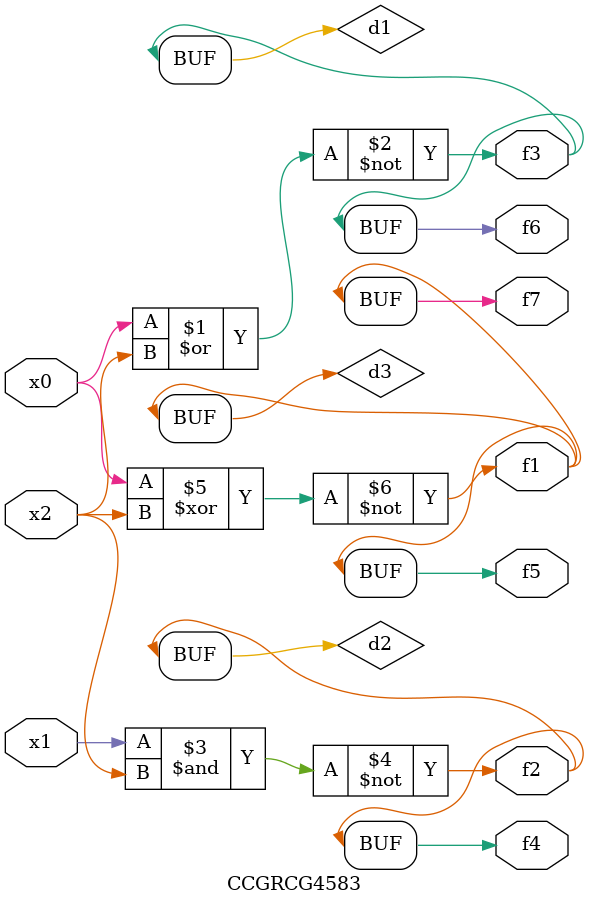
<source format=v>
module CCGRCG4583(
	input x0, x1, x2,
	output f1, f2, f3, f4, f5, f6, f7
);

	wire d1, d2, d3;

	nor (d1, x0, x2);
	nand (d2, x1, x2);
	xnor (d3, x0, x2);
	assign f1 = d3;
	assign f2 = d2;
	assign f3 = d1;
	assign f4 = d2;
	assign f5 = d3;
	assign f6 = d1;
	assign f7 = d3;
endmodule

</source>
